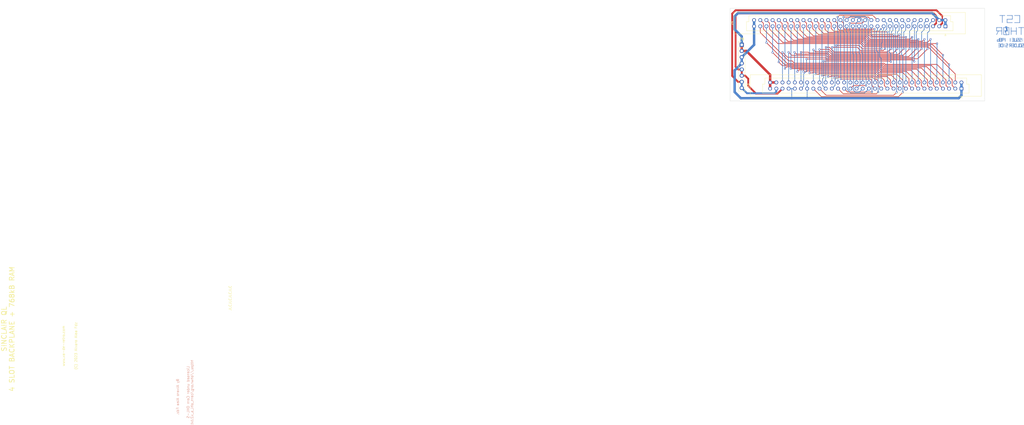
<source format=kicad_pcb>
(kicad_pcb (version 20241229) (generator "pcbnew") (generator_version "9.0")
  (title_block (title "QPlane Backplane for Sinclair QL") (date "2023-12-26") (rev "0.1") (company "(C) 2023 Alvaro Alea Fdz.") (comment 1 "https://ohwr.org/cern_ohl_s_v2.txt") (comment 2 "CERN Open Hardware Licence Version 2 - Strongly Reciprocal") (comment 3 "Under License"))
  (layers (0 "F.Cu" signal) (2 "B.Cu" signal) (13 "F.Paste" user) (15 "B.Paste" user) (5 "F.SilkS" user "F.Silkscreen") (7 "B.SilkS" user "B.Silkscreen") (1 "F.Mask" user) (3 "B.Mask" user) (25 "Edge.Cuts" user))
  (net 0 "")
  (net 1 "+5V")
  (net 2 "GND")
  (net 3 "/A3")
  (net 4 "/A4")
  (net 5 "/A5")
  (net 6 "/A6")
  (net 7 "/RW")
  (net 8 "/A7")
  (net 9 "/A8")
  (net 10 "/A9")
  (net 13 "/DSMC")
  (net 16 "/VPA")
  (net 17 "/E")
  (net 18 "/RESET")
  (net 19 "/DS")
  (net 20 "/AS")
  (net 21 "/DTACK")
  (net 22 "/BG")
  (net 23 "/BR")
  (net 24 "/CSYNC")
  (net 25 "/VSYNC")
  (net 26 "/GREEN")
  (net 27 "/BLUE")
  (net 28 "/FC2")
  (net 29 "/FC1")
  (net 30 "/FC0")
  (net 31 "/ROMOE")
  (net 32 "/IPL0")
  (net 33 "/BERR")
  (net 34 "/IPL1")
  (net 35 "/EXTINT")
  (net 36 "/CLKCPU")
  (net 37 "/RED")
  (net 38 "/DBG")
  (net 39 "/A10")
  (net 40 "/A11")
  (net 41 "/A12")
  (net 42 "/A13")
  (net 43 "/A14")
  (net 44 "/A16")
  (net 45 "/A17")
  (net 46 "/A18")
  (net 47 "/A19")
  (net 48 "/D7")
  (net 49 "/D6")
  (net 50 "/D5")
  (net 51 "/D4")
  (net 52 "/D3")
  (net 53 "/A2")
  (net 54 "/A1")
  (net 55 "/A0")
  (net 56 "/A15")
  (net 57 "/D0")
  (net 58 "/D1")
  (net 59 "/D2")
  (net 60 "+12V")
  (net 61 "-12V")
  (footprint "8bits:DIN41612_B_2x32_Male_Vertical_THT" (layer "F.Cu") (at 142.716 60.833 90)
    (property "Reference" "J4")
    (property "Value" "QL_SLOT_DIN41612_CARD")
  )
  (footprint "8bits:DIN41612_B_2x32_Male_Vertical_THT" (layer "F.Cu") (at 149.32 86.487 90)
    (property "Reference" "J3")
    (property "Value" "BOARDS_SLOT_DIN41612_CARD")
  )
  (footprint "Connector_PinHeader_2.54mm:PinHeader_1x08_P2.54mm_Vertical" (layer "F.Cu") (at 137.636 68.453)
    (property "Reference" "P8")
    (property "Value" "Conn_01x06")
  )
  (gr_line (start 253.714 68.707) (end 252.952 68.707) (stroke (width 0.2)) (layer "B.Cu"))
  (gr_line (start 252.063 56.388) (end 252.063 59.309) (stroke (width 0.2)) (layer "B.Cu"))
  (gr_line (start 250.158 69.342) (end 249.904 69.088) (stroke (width 0.2)) (layer "B.Cu"))
  (gr_line (start 251.682 68.072) (end 251.682 69.342) (stroke (width 0.2)) (layer "B.Cu"))
  (gr_line (start 248.126 67.056) (end 248.126 65.786) (stroke (width 0.2)) (layer "B.Cu"))
  (gr_line (start 250.158 68.072) (end 250.666 68.072) (stroke (width 0.2)) (layer "B.Cu"))
  (gr_line (start 245.078 69.342) (end 244.57 69.342) (stroke (width 0.2)) (layer "B.Cu"))
  (gr_line (start 244.062 69.342) (end 243.3 69.342) (stroke (width 0.2)) (layer "B.Cu"))
  (gr_line (start 250.666 67.056) (end 249.904 67.056) (stroke (width 0.2)) (layer "B.Cu"))
  (gr_line (start 251.682 65.786) (end 251.682 66.421) (stroke (width 0.2)) (layer "B.Cu"))
  (gr_line (start 248.634 68.072) (end 248.634 69.342) (stroke (width 0.2)) (layer "B.Cu"))
  (gr_line (start 245.586 65.786) (end 245.586 66.421) (stroke (width 0.2)) (layer "B.Cu"))
  (gr_line (start 247.872 68.072) (end 247.872 68.707) (stroke (width 0.2)) (layer "B.Cu"))
  (gr_line (start 245.459 64.262) (end 247.618 64.262) (stroke (width 0.2)) (layer "B.Cu"))
  (gr_line (start 244.8875 56.388) (end 244.8875 59.309) (stroke (width 0.2)) (layer "B.Cu"))
  (gr_line (start 245.586 66.421) (end 244.824 66.421) (stroke (width 0.2)) (layer "B.Cu"))
  (gr_line (start 245.459 61.341) (end 245.459 64.262) (stroke (width 0.2)) (layer "B.Cu"))
  (gr_line (start 252.698 68.072) (end 252.698 69.342) (stroke (width 0.2)) (layer "B.Cu"))
  (gr_line (start 247.618 61.341) (end 245.459 61.341) (stroke (width 0.2)) (layer "B.Cu"))
  (gr_line (start 244.697 61.341) (end 242.538 61.341) (stroke (width 0.2)) (layer "B.Cu"))
  (gr_line (start 243.808 67.056) (end 243.808 65.786) (stroke (width 0.2)) (layer "B.Cu"))
  (gr_line (start 252.952 69.342) (end 253.714 69.342) (stroke (width 0.2)) (layer "B.Cu"))
  (gr_line (start 248.253 68.707) (end 247.872 69.342) (stroke (width 0.2)) (layer "B.Cu"))
  (gr_line (start 253.714 61.341) (end 251.555 61.341) (stroke (width 0.2)) (layer "B.Cu"))
  (gr_line (start 245.967 56.388) (end 243.808 56.388) (stroke (width 0.2)) (layer "B.Cu"))
  (gr_line (start 250.92 67.056) (end 251.682 67.056) (stroke (width 0.2)) (layer "B.Cu"))
  (gr_line (start 247.618 64.262) (end 247.618 61.341) (stroke (width 0.2)) (layer "B.Cu"))
  (gr_line (start 249.904 67.056) (end 249.904 65.786) (stroke (width 0.2)) (layer "B.Cu"))
  (gr_line (start 249.904 56.388) (end 252.063 56.388) (stroke (width 0.2)) (layer "B.Cu"))
  (gr_line (start 243.3 68.072) (end 244.062 68.072) (stroke (width 0.2)) (layer "B.Cu"))
  (gr_line (start 250.666 68.072) (end 250.666 69.342) (stroke (width 0.2)) (layer "B.Cu"))
  (gr_line (start 250.666 69.342) (end 250.158 69.342) (stroke (width 0.2)) (layer "B.Cu"))
  (gr_line (start 251.936 66.421) (end 251.936 67.056) (stroke (width 0.2)) (layer "B.Cu"))
  (gr_line (start 251.936 67.056) (end 252.698 67.056) (stroke (width 0.2)) (layer "B.Cu"))
  (gr_line (start 249.65 65.786) (end 249.65 67.056) (stroke (width 0.2)) (layer "B.Cu"))
  (gr_line (start 244.697 64.262) (end 244.697 61.341) (stroke (width 0.2)) (layer "B.Cu"))
  (gr_line (start 252.952 68.072) (end 253.714 68.072) (stroke (width 0.2)) (layer "B.Cu"))
  (gr_line (start 250.92 66.421) (end 250.92 67.056) (stroke (width 0.2)) (layer "B.Cu"))
  (gr_poly (pts (xy 246.602 64.704097) (xy 245.84 62.545097) (xy 246.602 62.545097) (xy 246.094 60.894097) (xy 246.856 60.894097) (xy 247.11 62.926097) (xy 246.348 62.926097)) (stroke (width 0.0254)) (fill yes) (layer "B.Cu"))
  (gr_line (start 249.65 68.707) (end 248.888 68.707) (stroke (width 0.2)) (layer "B.Cu"))
  (gr_line (start 252.6345 61.341) (end 252.6345 64.262) (stroke (width 0.2)) (layer "B.Cu"))
  (gr_line (start 252.698 66.421) (end 251.936 66.421) (stroke (width 0.2)) (layer "B.Cu"))
  (gr_line (start 251.936 65.786) (end 252.698 65.786) (stroke (width 0.2)) (layer "B.Cu"))
  (gr_line (start 252.952 68.707) (end 252.952 69.342) (stroke (width 0.2)) (layer "B.Cu"))
  (gr_line (start 244.57 68.072) (end 245.078 68.072) (stroke (width 0.2)) (layer "B.Cu"))
  (gr_line (start 251.936 68.072) (end 252.698 68.072) (stroke (width 0.2)) (layer "B.Cu"))
  (gr_line (start 244.062 68.707) (end 243.3 68.707) (stroke (width 0.2)) (layer "B.Cu"))
  (gr_line (start 249.904 69.088) (end 249.904 68.326) (stroke (width 0.2)) (layer "B.Cu"))
  (gr_line (start 249.65 67.056) (end 248.888 67.056) (stroke (width 0.2)) (layer "B.Cu"))
  (gr_line (start 244.824 65.786) (end 245.586 65.786) (stroke (width 0.2)) (layer "B.Cu"))
  (gr_line (start 246.348 68.707) (end 246.348 69.342) (stroke (width 0.2)) (layer "B.Cu"))
  (gr_line (start 245.078 68.072) (end 245.078 69.342) (stroke (width 0.2)) (layer "B.Cu"))
  (gr_line (start 242.792 67.056) (end 242.792 66.421) (stroke (width 0.2)) (layer "B.Cu"))
  (gr_line (start 248.507 61.341) (end 248.507 64.262) (stroke (width 0.2)) (layer "B.Cu"))
  (gr_line (start 249.015 56.388) (end 249.015 57.912) (stroke (width 0.2)) (layer "B.Cu"))
  (gr_line (start 253.714 68.072) (end 253.714 68.707) (stroke (width 0.2)) (layer "B.Cu"))
  (gr_line (start 243.554 65.786) (end 243.554 67.056) (stroke (width 0.2)) (layer "B.Cu"))
  (gr_line (start 246.348 68.072) (end 247.11 68.072) (stroke (width 0.2)) (layer "B.Cu"))
  (gr_line (start 252.698 65.786) (end 252.698 66.421) (stroke (width 0.2)) (layer "B.Cu"))
  (gr_line (start 252.698 69.342) (end 251.936 69.342) (stroke (width 0.2)) (layer "B.Cu"))
  (gr_line (start 249.65 66.421) (end 248.888 66.421) (stroke (width 0.2)) (layer "B.Cu"))
  (gr_line (start 249.65 69.342) (end 248.888 69.342) (stroke (width 0.2)) (layer "B.Cu"))
  (gr_line (start 251.936 69.342) (end 251.936 68.072) (stroke (width 0.2)) (layer "B.Cu"))
  (gr_line (start 249.65 68.072) (end 249.65 69.342) (stroke (width 0.2)) (layer "B.Cu"))
  (gr_line (start 252.063 59.309) (end 249.904 59.309) (stroke (width 0.2)) (layer "B.Cu"))
  (gr_line (start 247.11 68.707) (end 246.348 68.707) (stroke (width 0.2)) (layer "B.Cu"))
  (gr_line (start 246.856 59.309) (end 249.015 59.309) (stroke (width 0.2)) (layer "B.Cu"))
  (gr_line (start 242.538 61.341) (end 242.538 62.738) (stroke (width 0.2)) (layer "B.Cu"))
  (gr_line (start 246.348 69.342) (end 247.11 69.342) (stroke (width 0.2)) (layer "B.Cu"))
  (gr_line (start 248.634 68.707) (end 247.872 68.707) (stroke (width 0.2)) (layer "B.Cu"))
  (gr_line (start 244.062 68.072) (end 244.062 69.342) (stroke (width 0.2)) (layer "B.Cu"))
  (gr_line (start 249.904 68.326) (end 250.158 68.072) (stroke (width 0.2)) (layer "B.Cu"))
  (gr_line (start 242.538 62.738) (end 244.697 62.738) (stroke (width 0.2)) (layer "B.Cu"))
  (gr_line (start 251.682 66.421) (end 250.92 66.421) (stroke (width 0.2)) (layer "B.Cu"))
  (gr_line (start 244.57 66.421) (end 243.808 66.421) (stroke (width 0.2)) (layer "B.Cu"))
  (gr_line (start 243.554 67.056) (end 242.792 67.056) (stroke (width 0.2)) (layer "B.Cu"))
  (gr_line (start 250.666 61.341) (end 250.666 64.262) (stroke (width 0.2)) (layer "B.Cu"))
  (gr_line (start 250.92 65.786) (end 251.682 65.786) (stroke (width 0.2)) (layer "B.Cu"))
  (gr_line (start 244.57 69.342) (end 244.316 69.088) (stroke (width 0.2)) (layer "B.Cu"))
  (gr_line (start 253.206 65.786) (end 253.206 67.056) (stroke (width 0.127)) (layer "B.Cu"))
  (gr_line (start 245.586 69.342) (end 245.586 68.072) (stroke (width 0.2)) (layer "B.Cu"))
  (gr_line (start 250.666 65.786) (end 250.666 67.056) (stroke (width 0.2)) (layer "B.Cu"))
  (gr_line (start 246.094 67.056) (end 246.094 65.786) (stroke (width 0.2)) (layer "B.Cu"))
  (gr_line (start 243.808 65.786) (end 244.57 65.786) (stroke (width 0.2)) (layer "B.Cu"))
  (gr_line (start 244.57 65.786) (end 244.57 67.056) (stroke (width 0.2)) (layer "B.Cu"))
  (gr_line (start 247.11 68.072) (end 247.11 68.707) (stroke (width 0.2)) (layer "B.Cu"))
  (gr_line (start 244.316 68.326) (end 244.57 68.072) (stroke (width 0.2)) (layer "B.Cu"))
  (gr_line (start 244.316 69.088) (end 244.316 68.326) (stroke (width 0.2)) (layer "B.Cu"))
  (gr_line (start 246.856 57.912) (end 246.856 59.309) (stroke (width 0.2)) (layer "B.Cu"))
  (gr_line (start 251.682 69.342) (end 250.92 69.342) (stroke (width 0.2)) (layer "B.Cu"))
  (gr_line (start 247.872 68.072) (end 248.634 68.072) (stroke (width 0.2)) (layer "B.Cu"))
  (gr_line (start 244.824 67.056) (end 244.824 65.786) (stroke (width 0.2)) (layer "B.Cu"))
  (gr_line (start 248.888 68.072) (end 249.65 68.072) (stroke (width 0.2)) (layer "B.Cu"))
  (gr_line (start 242.792 66.421) (end 243.554 66.421) (stroke (width 0.2)) (layer "B.Cu"))
  (gr_line (start 248.888 65.786) (end 249.65 65.786) (stroke (width 0.2)) (layer "B.Cu"))
  (gr_line (start 246.856 56.388) (end 249.015 56.388) (stroke (width 0.2)) (layer "B.Cu"))
  (gr_line (start 242.538 64.262) (end 243.3 62.738) (stroke (width 0.2)) (layer "B.Cu"))
  (gr_line (start 250.666 62.8015) (end 248.507 62.8015) (stroke (width 0.2)) (layer "B.Cu"))
  (gr_line (start 244.57 67.056) (end 243.808 67.056) (stroke (width 0.2)) (layer "B.Cu"))
  (gr_line (start 249.015 57.912) (end 246.856 57.912) (stroke (width 0.2)) (layer "B.Cu"))
  (gr_rect (start 132.81 53.467) (end 237.585 91.567) (stroke (width 0.1)) (fill no) (layer "Edge.Cuts"))
  (gr_text "JLCJLCJLCJLC" (at -72.93 172.72 90) (layer "F.SilkS") (effects (font (size 1 1))))
  (gr_text "SINCLAIR QL\n4 SLOT BACKPLANE + 768kB RAM" (at -164.37 185.42 90) (layer "F.SilkS") (effects (font (size 2 2) (thickness 0.3))))
  (gr_text "www.va-de-retro.com" (at -141.51 192.405 90) (layer "F.SilkS") (effects (font (size 1 1))))
  (gr_text "(C) 2023 Alvaro Alea Fdz" (at -136.43 192.405 90) (layer "F.SilkS") (effects (font (size 1 1))))
  (gr_text "Licensed under Cern OHL-S\nhttps://ohwr.org/cern_ohl_s_v2.txt" (at -89.44 211.455 90) (layer "B.SilkS") (effects (font (size 1 1)) (justify mirror)))
  (gr_text "By Alvaro Alea Fdz." (at -94.52 213.36 90) (layer "B.SilkS") (effects (font (size 1 1)) (justify mirror)))
  (segment (start 139.541 70.993) (end 137.636 70.993) (width 1) (layer "F.Cu") (net 1))
  (segment (start 151.86 83.947) (end 149.32 83.947) (width 1) (layer "F.Cu") (net 1))
  (segment (start 149.32 80.772) (end 139.541 70.993) (width 1) (layer "F.Cu") (net 1))
  (segment (start 149.32 86.487) (end 149.32 83.947) (width 1) (layer "F.Cu") (net 1))
  (segment (start 137.636 68.453) (end 137.636 70.993) (width 1) (layer "F.Cu") (net 1))
  (segment (start 149.32 83.947) (end 149.32 80.772) (width 1) (layer "F.Cu") (net 1))
  (segment (start 221.456 60.833) (end 221.456 58.293) (width 1) (layer "B.Cu") (net 1))
  (segment (start 134.715 62.103) (end 134.715 56.769) (width 1) (layer "B.Cu") (net 1))
  (segment (start 134.715 56.769) (end 136.112 55.372) (width 1) (layer "B.Cu") (net 1))
  (segment (start 215.995 55.372) (end 218.916 58.293) (width 1) (layer "B.Cu") (net 1))
  (segment (start 136.112 55.372) (end 215.995 55.372) (width 1) (layer "B.Cu") (net 1))
  (segment (start 221.456 58.293) (end 218.916 58.293) (width 1) (layer "B.Cu") (net 1))
  (segment (start 137.636 65.024) (end 134.715 62.103) (width 1) (layer "B.Cu") (net 1))
  (segment (start 137.636 68.453) (end 137.636 65.024) (width 1) (layer "B.Cu") (net 1))
  (segment (start 134.715 78.994) (end 134.715 87.884) (width 1) (layer "B.Cu") (net 2))
  (segment (start 137.636 76.073) (end 134.715 78.994) (width 1) (layer "B.Cu") (net 2))
  (segment (start 164.56 83.947) (end 164.56 86.487) (width 0.25) (layer "B.Cu") (net 2))
  (segment (start 134.715 87.884) (end 137.255 90.424) (width 1) (layer "B.Cu") (net 2))
  (segment (start 226.917 90.424) (end 228.06 89.281) (width 1) (layer "B.Cu") (net 2))
  (segment (start 158.21 86.487) (end 159.48 86.487) (width 0.25) (layer "B.Cu") (net 2))
  (segment (start 158.21 86.487) (end 158.21 90.424) (width 0.25) (layer "B.Cu") (net 2))
  (segment (start 164.56 86.487) (end 164.56 90.297) (width 0.25) (layer "B.Cu") (net 2))
  (segment (start 164.56 90.297) (end 164.433 90.424) (width 1) (layer "B.Cu") (net 2))
  (segment (start 164.433 90.424) (end 226.917 90.424) (width 1) (layer "B.Cu") (net 2))
  (segment (start 228.06 89.281) (end 228.06 86.487) (width 1) (layer "B.Cu") (net 2))
  (segment (start 158.21 90.424) (end 164.433 90.424) (width 1) (layer "B.Cu") (net 2))
  (segment (start 228.06 83.947) (end 228.06 86.487) (width 1) (layer "B.Cu") (net 2))
  (segment (start 156.94 86.487) (end 158.21 86.487) (width 0.25) (layer "B.Cu") (net 2))
  (segment (start 137.636 76.073) (end 137.636 73.533) (width 1) (layer "B.Cu") (net 2))
  (segment (start 142.716 68.453) (end 137.636 73.533) (width 1) (layer "B.Cu") (net 2))
  (segment (start 137.255 90.424) (end 158.21 90.424) (width 1) (layer "B.Cu") (net 2))
  (segment (start 142.716 60.833) (end 142.716 68.453) (width 1) (layer "B.Cu") (net 2))
  (segment (start 142.716 58.293) (end 142.716 60.833) (width 1) (layer "B.Cu") (net 2))
  (segment (start 172.3705 89.2175) (end 169.64 86.487) (width 0.25) (layer "F.Cu") (net 3))
  (segment (start 172.3705 89.2175) (end 200.1835 89.2175) (width 0.25) (layer "F.Cu") (net 3))
  (segment (start 200.1835 89.2175) (end 201.39 88.011) (width 0.25) (layer "F.Cu") (net 3))
  (via (at 201.39 88.011) (size 0.8) (drill 0.4) (layers "F.Cu" "B.Cu") (net 3))
  (segment (start 201.39 71.63872) (end 201.39 88.011) (width 0.25) (layer "B.Cu") (net 3))
  (segment (start 200.939 61.03) (end 200.939 71.18772) (width 0.25) (layer "B.Cu") (net 3))
  (segment (start 200.939 71.18772) (end 201.39 71.63872) (width 0.25) (layer "B.Cu") (net 3))
  (segment (start 201.136 60.833) (end 200.939 61.03) (width 0.25) (layer "B.Cu") (net 3))
  (segment (start 198.723 75.184) (end 198.977 75.438) (width 0.25) (layer "F.Cu") (net 4))
  (segment (start 171.381 75.184) (end 198.723 75.184) (width 0.25) (layer "F.Cu") (net 4))
  (via (at 198.977 75.438) (size 0.8) (drill 0.4) (layers "F.Cu" "B.Cu") (net 4))
  (via (at 171.381 75.184) (size 0.8) (drill 0.4) (layers "F.Cu" "B.Cu") (net 4))
  (segment (start 170.91 82.423) (end 170.91 85.217) (width 0.25) (layer "B.Cu") (net 4))
  (segment (start 198.977 72.136) (end 198.399 71.558) (width 0.25) (layer "B.Cu") (net 4))
  (segment (start 171.381 81.952) (end 170.91 82.423) (width 0.25) (layer "B.Cu") (net 4))
  (segment (start 170.91 85.217) (end 172.18 86.487) (width 0.25) (layer "B.Cu") (net 4))
  (segment (start 198.399 71.558) (end 198.399 62.865) (width 0.25) (layer "B.Cu") (net 4))
  (segment (start 198.977 75.438) (end 198.977 72.136) (width 0.25) (layer "B.Cu") (net 4))
  (segment (start 198.399 62.865) (end 198.596 62.668) (width 0.25) (layer "B.Cu") (net 4))
  (segment (start 171.381 75.184) (end 171.381 81.952) (width 0.25) (layer "B.Cu") (net 4))
  (segment (start 198.596 62.668) (end 198.596 60.833) (width 0.25) (layer "B.Cu") (net 4))
  (segment (start 187.293 70.104) (end 195.13 70.104) (width 0.25) (layer "F.Cu") (net 5))
  (segment (start 176.498 68.707) (end 185.896 68.707) (width 0.25) (layer "F.Cu") (net 5))
  (segment (start 185.896 68.707) (end 187.293 70.104) (width 0.25) (layer "F.Cu") (net 5))
  (via (at 176.498 68.707) (size 0.8) (drill 0.4) (layers "F.Cu" "B.Cu") (net 5))
  (via (at 195.13 70.104) (size 0.8) (drill 0.4) (layers "F.Cu" "B.Cu") (net 5))
  (segment (start 195.13 70.104) (end 195.13 67.855) (width 0.25) (layer "B.Cu") (net 5))
  (segment (start 195.986 60.903) (end 196.056 60.833) (width 0.25) (layer "B.Cu") (net 5))
  (segment (start 195.13 67.855) (end 195.421 67.564) (width 0.25) (layer "B.Cu") (net 5))
  (segment (start 196.056 62.23) (end 196.056 60.833) (width 0.25) (layer "B.Cu") (net 5))
  (segment (start 176.498 82.30672) (end 176.498 68.707) (width 0.25) (layer "B.Cu") (net 5))
  (segment (start 195.421 67.564) (end 195.421 62.865) (width 0.25) (layer "B.Cu") (net 5))
  (segment (start 176.03672 85.17028) (end 176.03672 82.768) (width 0.25) (layer "B.Cu") (net 5))
  (segment (start 195.421 62.865) (end 196.056 62.23) (width 0.25) (layer "B.Cu") (net 5))
  (segment (start 174.72 86.487) (end 176.03672 85.17028) (width 0.25) (layer "B.Cu") (net 5))
  (segment (start 176.03672 82.768) (end 176.498 82.30672) (width 0.25) (layer "B.Cu") (net 5))
  (segment (start 177.26 86.487) (end 179.383 88.61) (width 0.25) (layer "F.Cu") (net 6))
  (segment (start 193.044 88.61) (end 193.77 87.884) (width 0.25) (layer "F.Cu") (net 6))
  (segment (start 179.383 88.61) (end 193.044 88.61) (width 0.25) (layer "F.Cu") (net 6))
  (via (at 193.77 87.884) (size 0.8) (drill 0.4) (layers "F.Cu" "B.Cu") (net 6))
  (segment (start 193.77 87.884) (end 193.77 71.54472) (width 0.25) (layer "B.Cu") (net 6))
  (segment (start 193.516 60.833) (end 193.516 62.52) (width 0.25) (layer "B.Cu") (net 6))
  (segment (start 193.044 70.81872) (end 193.044 62.992) (width 0.25) (layer "B.Cu") (net 6))
  (segment (start 193.516 62.52) (end 193.044 62.992) (width 0.25) (layer "B.Cu") (net 6))
  (segment (start 193.77 71.54472) (end 193.044 70.81872) (width 0.25) (layer "B.Cu") (net 6))
  (segment (start 159.226 61.976) (end 162.922 65.672) (width 0.25) (layer "F.Cu") (net 7))
  (segment (start 189.753 66.989) (end 211.998 66.989) (width 0.25) (layer "F.Cu") (net 7))
  (segment (start 159.226 59.563) (end 159.226 61.976) (width 0.25) (layer "F.Cu") (net 7))
  (segment (start 157.956 58.293) (end 159.226 59.563) (width 0.25) (layer "F.Cu") (net 7))
  (segment (start 162.922 65.672) (end 188.436 65.672) (width 0.25) (layer "F.Cu") (net 7))
  (segment (start 188.436 65.672) (end 189.753 66.989) (width 0.25) (layer "F.Cu") (net 7))
  (segment (start 211.998 66.989) (end 212.82 66.167) (width 0.25) (layer "F.Cu") (net 7))
  (via (at 212.82 66.167) (size 0.8) (drill 0.4) (layers "F.Cu" "B.Cu") (net 7))
  (segment (start 212.82 83.947) (end 212.82 66.167) (width 0.25) (layer "B.Cu") (net 7))
  (segment (start 181.197 87.884) (end 191.23 87.884) (width 0.25) (layer "F.Cu") (net 8))
  (segment (start 179.8 86.487) (end 181.197 87.884) (width 0.25) (layer "F.Cu") (net 8))
  (via (at 191.23 87.884) (size 0.8) (drill 0.4) (layers "F.Cu" "B.Cu") (net 8))
  (segment (start 191.23 64.516) (end 191.23 87.884) (width 0.25) (layer "B.Cu") (net 8))
  (segment (start 190.976 60.833) (end 190.976 64.262) (width 0.25) (layer "B.Cu") (net 8))
  (segment (start 190.976 64.262) (end 191.23 64.516) (width 0.25) (layer "B.Cu") (net 8))
  (segment (start 188.817 85.217) (end 183.61 85.217) (width 0.25) (layer "F.Cu") (net 9))
  (segment (start 183.61 85.217) (end 182.34 86.487) (width 0.25) (layer "F.Cu") (net 9))
  (via (at 188.817 85.217) (size 0.8) (drill 0.4) (layers "F.Cu" "B.Cu") (net 9))
  (segment (start 188.436 60.833) (end 188.436 81.788) (width 0.25) (layer "B.Cu") (net 9))
  (segment (start 188.436 81.788) (end 188.817 82.169) (width 0.25) (layer "B.Cu") (net 9))
  (segment (start 188.817 82.169) (end 188.817 85.217) (width 0.25) (layer "B.Cu") (net 9))
  (segment (start 184.88 86.487) (end 186.319 85.048) (width 0.25) (layer "B.Cu") (net 10))
  (segment (start 185.981 72.009) (end 185.981 60.918) (width 0.25) (layer "B.Cu") (net 10))
  (segment (start 186.319 72.347) (end 185.981 72.009) (width 0.25) (layer "B.Cu") (net 10))
  (segment (start 186.319 85.048) (end 186.319 72.347) (width 0.25) (layer "B.Cu") (net 10))
  (segment (start 207.963 74.645) (end 208.629 75.311) (width 0.25) (layer "F.Cu") (net 13))
  (segment (start 164.306 74.295) (end 172.30419 74.295) (width 0.25) (layer "F.Cu") (net 13))
  (segment (start 172.30419 74.295) (end 172.65419 74.645) (width 0.25) (layer "F.Cu") (net 13))
  (segment (start 172.65419 74.645) (end 207.963 74.645) (width 0.25) (layer "F.Cu") (net 13))
  (via (at 208.629 75.311) (size 0.8) (drill 0.4) (layers "F.Cu" "B.Cu") (net 13))
  (via (at 164.306 74.295) (size 0.8) (drill 0.4) (layers "F.Cu" "B.Cu") (net 13))
  (segment (start 162.02 86.487) (end 163.121 85.386) (width 0.25) (layer "B.Cu") (net 13))
  (segment (start 208.629 75.311) (end 208.756 60.833) (width 0.25) (layer "B.Cu") (net 13))
  (segment (start 163.121 80.44372) (end 164.306 79.25872) (width 0.25) (layer "B.Cu") (net 13))
  (segment (start 163.121 85.386) (end 163.121 80.44372) (width 0.25) (layer "B.Cu") (net 13))
  (segment (start 164.306 79.25872) (end 164.306 74.295) (width 0.25) (layer "B.Cu") (net 13))
  (segment (start 189.706 58.00595) (end 188.44105 56.741) (width 0.25) (layer "B.Cu") (net 16))
  (segment (start 189.706 58.00595) (end 189.706 81.915) (width 0.25) (layer "B.Cu") (net 16))
  (segment (start 188.44105 56.741) (end 182.368 56.741) (width 0.25) (layer "B.Cu") (net 16))
  (segment (start 189.96 82.169) (end 189.96 83.947) (width 0.25) (layer "B.Cu") (net 16))
  (segment (start 182.368 56.741) (end 180.816 58.293) (width 0.25) (layer "B.Cu") (net 16))
  (segment (start 189.706 81.915) (end 189.96 82.169) (width 0.25) (layer "B.Cu") (net 16))
  (segment (start 177.006 61.595) (end 177.006 59.563) (width 0.25) (layer "F.Cu") (net 17))
  (segment (start 191.23 62.427) (end 177.838 62.427) (width 0.25) (layer "F.Cu") (net 17))
  (segment (start 191.505 62.702) (end 191.23 62.427) (width 0.25) (layer "F.Cu") (net 17))
  (segment (start 177.006 59.563) (end 175.736 58.293) (width 0.25) (layer "F.Cu") (net 17))
  (segment (start 177.838 62.427) (end 177.006 61.595) (width 0.25) (layer "F.Cu") (net 17))
  (segment (start 194.187 62.702) (end 191.505 62.702) (width 0.25) (layer "F.Cu") (net 17))
  (segment (start 194.913 61.976) (end 194.187 62.702) (width 0.25) (layer "F.Cu") (net 17))
  (via (at 194.913 61.976) (size 0.8) (drill 0.4) (layers "F.Cu" "B.Cu") (net 17))
  (segment (start 195.04 74.041) (end 194.405 73.406) (width 0.25) (layer "B.Cu") (net 17))
  (segment (start 194.405 62.484) (end 194.913 61.976) (width 0.25) (layer "B.Cu") (net 17))
  (segment (start 194.405 73.406) (end 194.405 62.484) (width 0.25) (layer "B.Cu") (net 17))
  (segment (start 195.04 83.947) (end 195.04 74.041) (width 0.25) (layer "B.Cu") (net 17))
  (segment (start 190.468 63.329) (end 173.152 63.329) (width 0.25) (layer "F.Cu") (net 18))
  (segment (start 173.152 63.329) (end 171.926 62.103) (width 0.25) (layer "F.Cu") (net 18))
  (segment (start 200.12 64.135) (end 191.274 64.135) (width 0.25) (layer "F.Cu") (net 18))
  (segment (start 171.926 59.563) (end 170.656 58.293) (width 0.25) (layer "F.Cu") (net 18))
  (segment (start 191.274 64.135) (end 190.468 63.329) (width 0.25) (layer "F.Cu") (net 18))
  (segment (start 171.926 62.103) (end 171.926 59.563) (width 0.25) (layer "F.Cu") (net 18))
  (via (at 200.12 64.135) (size 0.8) (drill 0.4) (layers "F.Cu" "B.Cu") (net 18))
  (segment (start 200.12 83.947) (end 200.12 64.135) (width 0.25) (layer "B.Cu") (net 18))
  (segment (start 189.452 67.44) (end 206.851 67.44) (width 0.25) (layer "F.Cu") (net 19))
  (segment (start 206.851 67.44) (end 208.502 67.44) (width 0.25) (layer "F.Cu") (net 19))
  (segment (start 206.851 67.44) (end 214.087 67.44) (width 0.25) (layer "F.Cu") (net 19))
  (segment (start 214.087 67.44) (end 215.36 66.167) (width 0.25) (layer "F.Cu") (net 19))
  (segment (start 156.686 59.563) (end 156.686 61.976) (width 0.25) (layer "F.Cu") (net 19))
  (segment (start 160.833 66.123) (end 188.135 66.123) (width 0.25) (layer "F.Cu") (net 19))
  (segment (start 155.416 58.293) (end 156.686 59.563) (width 0.25) (layer "F.Cu") (net 19))
  (segment (start 188.135 66.123) (end 189.452 67.44) (width 0.25) (layer "F.Cu") (net 19))
  (segment (start 156.686 61.976) (end 160.833 66.123) (width 0.25) (layer "F.Cu") (net 19))
  (segment (start 208.502 67.44) (end 209.521 67.44) (width 0.25) (layer "F.Cu") (net 19))
  (via (at 215.36 66.167) (size 0.8) (drill 0.4) (layers "F.Cu" "B.Cu") (net 19))
  (segment (start 215.36 83.947) (end 215.36 66.167) (width 0.25) (layer "B.Cu") (net 19))
  (segment (start 187.827 66.574) (end 189.198 67.945) (width 0.25) (layer "F.Cu") (net 20))
  (segment (start 189.198 67.945) (end 218.027 67.945) (width 0.25) (layer "F.Cu") (net 20))
  (segment (start 152.876 58.293) (end 154.273 59.69) (width 0.25) (layer "F.Cu") (net 20))
  (segment (start 158.871 66.574) (end 187.827 66.574) (width 0.25) (layer "F.Cu") (net 20))
  (segment (start 154.273 59.69) (end 154.273 61.976) (width 0.25) (layer "F.Cu") (net 20))
  (segment (start 154.273 61.976) (end 158.871 66.574) (width 0.25) (layer "F.Cu") (net 20))
  (via (at 218.027 67.945) (size 0.8) (drill 0.4) (layers "F.Cu" "B.Cu") (net 20))
  (segment (start 217.9 83.947) (end 218.027 67.945) (width 0.25) (layer "B.Cu") (net 20))
  (segment (start 161.639 62.357) (end 161.639 59.436) (width 0.25) (layer "F.Cu") (net 21))
  (segment (start 164.503 65.221) (end 161.639 62.357) (width 0.25) (layer "F.Cu") (net 21))
  (segment (start 209.909 66.538) (end 190.134 66.538) (width 0.25) (layer "F.Cu") (net 21))
  (segment (start 188.817 65.221) (end 164.503 65.221) (width 0.25) (layer "F.Cu") (net 21))
  (segment (start 210.28 66.167) (end 209.909 66.538) (width 0.25) (layer "F.Cu") (net 21))
  (segment (start 161.639 59.436) (end 160.496 58.293) (width 0.25) (layer "F.Cu") (net 21))
  (segment (start 190.134 66.538) (end 188.817 65.221) (width 0.25) (layer "F.Cu") (net 21))
  (via (at 210.28 66.167) (size 0.8) (drill 0.4) (layers "F.Cu" "B.Cu") (net 21))
  (segment (start 210.28 83.947) (end 210.28 66.167) (width 0.25) (layer "B.Cu") (net 21))
  (segment (start 164.306 61.976) (end 164.306 59.563) (width 0.25) (layer "F.Cu") (net 22))
  (segment (start 164.306 59.563) (end 163.036 58.293) (width 0.25) (layer "F.Cu") (net 22))
  (segment (start 189.198 64.77) (end 167.1 64.77) (width 0.25) (layer "F.Cu") (net 22))
  (segment (start 167.1 64.77) (end 164.306 61.976) (width 0.25) (layer "F.Cu") (net 22))
  (segment (start 190.515 66.087) (end 189.198 64.77) (width 0.25) (layer "F.Cu") (net 22))
  (segment (start 207.74 65.278) (end 206.931 66.087) (width 0.25) (layer "F.Cu") (net 22))
  (segment (start 206.931 66.087) (end 190.515 66.087) (width 0.25) (layer "F.Cu") (net 22))
  (via (at 207.74 65.278) (size 0.8) (drill 0.4) (layers "F.Cu" "B.Cu") (net 22))
  (segment (start 207.74 83.947) (end 207.74 65.278) (width 0.25) (layer "B.Cu") (net 22))
  (segment (start 190.751785 65.312) (end 189.706 64.266215) (width 0.25) (layer "F.Cu") (net 23))
  (segment (start 205.039 65.312) (end 190.751785 65.312) (width 0.25) (layer "F.Cu") (net 23))
  (segment (start 166.846 59.563) (end 165.576 58.293) (width 0.25) (layer "F.Cu") (net 23))
  (segment (start 205.2 65.278) (end 205.039 65.312) (width 0.25) (layer "F.Cu") (net 23))
  (segment (start 166.846 61.849) (end 166.846 59.563) (width 0.25) (layer "F.Cu") (net 23))
  (segment (start 169.263215 64.266215) (end 166.846 61.849) (width 0.25) (layer "F.Cu") (net 23))
  (segment (start 189.706 64.266215) (end 169.263215 64.266215) (width 0.25) (layer "F.Cu") (net 23))
  (via (at 205.2 65.278) (size 0.8) (drill 0.4) (layers "F.Cu" "B.Cu") (net 23))
  (segment (start 205.2 83.947) (end 205.2 65.278) (width 0.25) (layer "B.Cu") (net 23))
  (segment (start 174.466 61.769) (end 174.466 59.563) (width 0.25) (layer "F.Cu") (net 24))
  (segment (start 191.124 63.153) (end 190.849 62.878) (width 0.25) (layer "F.Cu") (net 24))
  (segment (start 197.546 63.153) (end 191.124 63.153) (width 0.25) (layer "F.Cu") (net 24))
  (segment (start 197.58 63.119) (end 197.546 63.153) (width 0.25) (layer "F.Cu") (net 24))
  (segment (start 175.575 62.878) (end 174.466 61.769) (width 0.25) (layer "F.Cu") (net 24))
  (segment (start 174.466 59.563) (end 173.196 58.293) (width 0.25) (layer "F.Cu") (net 24))
  (segment (start 190.849 62.878) (end 175.575 62.878) (width 0.25) (layer "F.Cu") (net 24))
  (via (at 197.58 63.119) (size 0.8) (drill 0.4) (layers "F.Cu" "B.Cu") (net 24))
  (segment (start 197.58 83.947) (end 197.58 63.119) (width 0.25) (layer "B.Cu") (net 24))
  (segment (start 179.546 61.629) (end 179.546 59.563) (width 0.25) (layer "F.Cu") (net 25))
  (segment (start 179.546 59.563) (end 178.276 58.293) (width 0.25) (layer "F.Cu") (net 25))
  (segment (start 179.893 61.976) (end 179.546 61.629) (width 0.25) (layer "F.Cu") (net 25))
  (segment (start 192.246 61.976) (end 179.893 61.976) (width 0.25) (layer "F.Cu") (net 25))
  (via (at 192.246 61.976) (size 0.8) (drill 0.4) (layers "F.Cu" "B.Cu") (net 25))
  (segment (start 192.5 71.628) (end 192.5 83.947) (width 0.25) (layer "B.Cu") (net 25))
  (segment (start 192.246 71.374) (end 192.5 71.628) (width 0.25) (layer "B.Cu") (net 25))
  (segment (start 192.246 61.976) (end 192.246 71.374) (width 0.25) (layer "B.Cu") (net 25))
  (segment (start 187.42 83.947) (end 187.42 72.136) (width 0.25) (layer "B.Cu") (net 26))
  (segment (start 184.457 57.192) (end 183.356 58.293) (width 0.25) (layer "B.Cu") (net 26))
  (segment (start 187.166 58.00595) (end 187.166 71.882) (width 0.25) (layer "B.Cu") (net 26))
  (segment (start 187.166 58.00595) (end 186.35205 57.192) (width 0.25) (layer "B.Cu") (net 26))
  (segment (start 186.35205 57.192) (end 184.457 57.192) (width 0.25) (layer "B.Cu") (net 26))
  (segment (start 187.42 72.136) (end 187.166 71.882) (width 0.25) (layer "B.Cu") (net 26))
  (segment (start 185.896 58.293) (end 184.626 59.563) (width 0.25) (layer "B.Cu") (net 27))
  (segment (start 184.626 59.563) (end 184.626 72.009) (width 0.25) (layer "B.Cu") (net 27))
  (segment (start 184.88 72.263) (end 184.88 83.947) (width 0.25) (layer "B.Cu") (net 27))
  (segment (start 184.626 72.009) (end 184.88 72.263) (width 0.25) (layer "B.Cu") (net 27))
  (segment (start 187.166 59.563) (end 188.436 58.293) (width 0.25) (layer "F.Cu") (net 28))
  (segment (start 182.086 59.563) (end 187.166 59.563) (width 0.25) (layer "F.Cu") (net 28))
  (via (at 182.086 59.563) (size 0.8) (drill 0.4) (layers "F.Cu" "B.Cu") (net 28))
  (segment (start 182.086 62.738) (end 182.34 62.992) (width 0.25) (layer "B.Cu") (net 28))
  (segment (start 182.34 62.992) (end 182.34 83.947) (width 0.25) (layer "B.Cu") (net 28))
  (segment (start 182.086 59.563) (end 182.086 62.738) (width 0.25) (layer "B.Cu") (net 28))
  (segment (start 179.546 57.023) (end 189.706 57.023) (width 0.25) (layer "F.Cu") (net 29))
  (segment (start 189.706 57.023) (end 190.976 58.293) (width 0.25) (layer "F.Cu") (net 29))
  (via (at 179.546 57.023) (size 0.8) (drill 0.4) (layers "F.Cu" "B.Cu") (net 29))
  (segment (start 179.546 63.119) (end 179.8 63.373) (width 0.25) (layer "B.Cu") (net 29))
  (segment (start 179.546 57.023) (end 179.546 63.119) (width 0.25) (layer "B.Cu") (net 29))
  (segment (start 179.8 63.373) (end 179.8 83.947) (width 0.25) (layer "B.Cu") (net 29))
  (segment (start 191.52 56.297) (end 177.859 56.297) (width 0.25) (layer "F.Cu") (net 30))
  (segment (start 193.516 58.293) (end 191.52 56.297) (width 0.25) (layer "F.Cu") (net 30))
  (segment (start 177.859 56.297) (end 177.133 57.023) (width 0.25) (layer "F.Cu") (net 30))
  (via (at 177.133 57.023) (size 0.8) (drill 0.4) (layers "F.Cu" "B.Cu") (net 30))
  (segment (start 177.26 72.517) (end 177.26 83.947) (width 0.25) (layer "B.Cu") (net 30))
  (segment (start 177.133 57.023) (end 177.133 63.246) (width 0.25) (layer "B.Cu") (net 30))
  (segment (start 177.26 63.373) (end 177.133 63.246) (width 0.25) (layer "B.Cu") (net 30))
  (segment (start 177.26 72.517) (end 177.26 63.373) (width 0.25) (layer "B.Cu") (net 30))
  (segment (start 199.231 70.104) (end 197.58 71.374) (width 0.25) (layer "F.Cu") (net 31))
  (segment (start 175.609 71.374) (end 173.704 69.469) (width 0.25) (layer "F.Cu") (net 31))
  (segment (start 197.58 71.374) (end 175.609 71.374) (width 0.25) (layer "F.Cu") (net 31))
  (segment (start 173.704 69.469) (end 172.307 69.469) (width 0.25) (layer "F.Cu") (net 31))
  (via (at 199.231 70.104) (size 0.8) (drill 0.4) (layers "F.Cu" "B.Cu") (net 31))
  (via (at 172.307 69.469) (size 0.8) (drill 0.4) (layers "F.Cu" "B.Cu") (net 31))
  (segment (start 199.866 59.563) (end 198.596 58.293) (width 0.25) (layer "B.Cu") (net 31))
  (segment (start 199.866 62.484) (end 199.866 59.563) (width 0.25) (layer "B.Cu") (net 31))
  (segment (start 172.307 69.469) (end 172.18 83.947) (width 0.25) (layer "B.Cu") (net 31))
  (segment (start 199.231 70.104) (end 199.231 63.119) (width 0.25) (layer "B.Cu") (net 31))
  (segment (start 199.231 63.119) (end 199.866 62.484) (width 0.25) (layer "B.Cu") (net 31))
  (segment (start 174.0915 72.841) (end 173.069 71.8185) (width 0.25) (layer "F.Cu") (net 32))
  (segment (start 206.724 70.104) (end 203.987 72.841) (width 0.25) (layer "F.Cu") (net 32))
  (segment (start 165.3855 71.8185) (end 165.068 71.501) (width 0.25) (layer "F.Cu") (net 32))
  (segment (start 203.987 72.841) (end 174.0915 72.841) (width 0.25) (layer "F.Cu") (net 32))
  (segment (start 165.068 71.501) (end 162.02 71.501) (width 0.25) (layer "F.Cu") (net 32))
  (segment (start 173.069 71.8185) (end 165.3855 71.8185) (width 0.25) (layer "F.Cu") (net 32))
  (via (at 162.02 71.501) (size 0.8) (drill 0.4) (layers "F.Cu" "B.Cu") (net 32))
  (via (at 206.724 70.104) (size 0.8) (drill 0.4) (layers "F.Cu" "B.Cu") (net 32))
  (segment (start 206.724 70.104) (end 206.724 62.78) (width 0.25) (layer "B.Cu") (net 32))
  (segment (start 162.02 71.501) (end 162.02 83.947) (width 0.25) (layer "B.Cu") (net 32))
  (segment (start 207.655 61.849) (end 207.655 59.394) (width 0.25) (layer "B.Cu") (net 32))
  (segment (start 207.655 59.394) (end 208.756 58.293) (width 0.25) (layer "B.Cu") (net 32))
  (segment (start 206.724 62.78) (end 207.655 61.849) (width 0.25) (layer "B.Cu") (net 32))
  (segment (start 164.0585 72.2695) (end 164.052 72.263) (width 0.25) (layer "F.Cu") (net 33))
  (segment (start 164.052 72.263) (end 160.115 72.263) (width 0.25) (layer "F.Cu") (net 33))
  (segment (start 209.518 70.104) (end 206.33 73.292) (width 0.25) (layer "F.Cu") (net 33))
  (segment (start 160.115 72.263) (end 159.353 71.501) (width 0.25) (layer "F.Cu") (net 33))
  (segment (start 172.688 72.2695) (end 164.0585 72.2695) (width 0.25) (layer "F.Cu") (net 33))
  (segment (start 206.33 73.292) (end 173.7105 73.292) (width 0.25) (layer "F.Cu") (net 33))
  (segment (start 173.7105 73.292) (end 172.688 72.2695) (width 0.25) (layer "F.Cu") (net 33))
  (via (at 159.353 71.501) (size 0.8) (drill 0.4) (layers "F.Cu" "B.Cu") (net 33))
  (via (at 209.518 70.104) (size 0.8) (drill 0.4) (layers "F.Cu" "B.Cu") (net 33))
  (segment (start 209.518 70.104) (end 209.518 63.119) (width 0.25) (layer "B.Cu") (net 33))
  (segment (start 159.48 83.947) (end 159.353 71.501) (width 0.25) (layer "B.Cu") (net 33))
  (segment (start 210.026 62.611) (end 210.026 59.563) (width 0.25) (layer "B.Cu") (net 33))
  (segment (start 209.518 63.119) (end 210.026 62.611) (width 0.25) (layer "B.Cu") (net 33))
  (segment (start 210.026 59.563) (end 211.296 58.293) (width 0.25) (layer "B.Cu") (net 33))
  (segment (start 158.21 72.771) (end 156.94 71.501) (width 0.25) (layer "F.Cu") (net 34))
  (segment (start 172.307 72.771) (end 158.21 72.771) (width 0.25) (layer "F.Cu") (net 34))
  (segment (start 208.038 73.743) (end 173.279 73.743) (width 0.25) (layer "F.Cu") (net 34))
  (segment (start 173.279 73.743) (end 172.307 72.771) (width 0.25) (layer "F.Cu") (net 34))
  (segment (start 211.677 70.104) (end 208.038 73.743) (width 0.25) (layer "F.Cu") (net 34))
  (via (at 156.94 71.501) (size 0.8) (drill 0.4) (layers "F.Cu" "B.Cu") (net 34))
  (via (at 211.677 70.104) (size 0.8) (drill 0.4) (layers "F.Cu" "B.Cu") (net 34))
  (segment (start 156.94 71.501) (end 156.94 83.947) (width 0.25) (layer "B.Cu") (net 34))
  (segment (start 211.677 63.246) (end 212.735 62.188) (width 0.25) (layer "B.Cu") (net 34))
  (segment (start 211.677 70.104) (end 211.677 63.246) (width 0.25) (layer "B.Cu") (net 34))
  (segment (start 212.735 59.394) (end 213.836 58.293) (width 0.25) (layer "B.Cu") (net 34))
  (segment (start 212.735 62.188) (end 212.735 59.394) (width 0.25) (layer "B.Cu") (net 34))
  (segment (start 156.468 73.569) (end 154.4 71.501) (width 0.25) (layer "F.Cu") (net 35))
  (segment (start 214.09 70.104) (end 213.791947 70.440947) (width 0.25) (layer "F.Cu") (net 35))
  (segment (start 172.841 74.194) (end 172.216 73.569) (width 0.25) (layer "F.Cu") (net 35))
  (segment (start 210.038894 74.194) (end 172.841 74.194) (width 0.25) (layer "F.Cu") (net 35))
  (segment (start 213.791947 70.440947) (end 210.038894 74.194) (width 0.25) (layer "F.Cu") (net 35))
  (segment (start 172.216 73.569) (end 156.468 73.569) (width 0.25) (layer "F.Cu") (net 35))
  (via (at 154.4 71.501) (size 0.8) (drill 0.4) (layers "F.Cu" "B.Cu") (net 35))
  (via (at 214.09 70.104) (size 0.8) (drill 0.4) (layers "F.Cu" "B.Cu") (net 35))
  (segment (start 214.937 59.732) (end 216.376 58.293) (width 0.25) (layer "B.Cu") (net 35))
  (segment (start 154.4 71.501) (end 154.4 83.947) (width 0.25) (layer "B.Cu") (net 35))
  (segment (start 214.937 62.653) (end 214.937 59.732) (width 0.25) (layer "B.Cu") (net 35))
  (segment (start 214.09 70.104) (end 214.09 63.5) (width 0.25) (layer "B.Cu") (net 35))
  (segment (start 214.09 63.5) (end 214.937 62.653) (width 0.25) (layer "B.Cu") (net 35))
  (segment (start 201.39 83.115) (end 201.39 85.217) (width 0.25) (layer "F.Cu") (net 36))
  (segment (start 201.39 85.217) (end 202.66 86.487) (width 0.25) (layer "F.Cu") (net 36))
  (segment (start 169.513 80.3) (end 192.733 80.3) (width 0.25) (layer "F.Cu") (net 36))
  (segment (start 168.116 80.518) (end 169.295 80.518) (width 0.25) (layer "F.Cu") (net 36))
  (segment (start 169.295 80.518) (end 169.513 80.3) (width 0.25) (layer "F.Cu") (net 36))
  (segment (start 199.358 81.083) (end 201.39 83.115) (width 0.25) (layer "F.Cu") (net 36))
  (segment (start 192.733 80.3) (end 193.516 81.083) (width 0.25) (layer "F.Cu") (net 36))
  (segment (start 193.516 81.083) (end 199.358 81.083) (width 0.25) (layer "F.Cu") (net 36))
  (via (at 168.116 80.518) (size 0.8) (drill 0.4) (layers "F.Cu" "B.Cu") (net 36))
  (segment (start 168.116 60.833) (end 168.116 80.518) (width 0.25) (layer "B.Cu") (net 36))
  (segment (start 192.282 80.808) (end 193.008 81.534) (width 0.25) (layer "F.Cu") (net 37))
  (segment (start 198.85 82.931) (end 198.85 85.217) (width 0.25) (layer "F.Cu") (net 37))
  (segment (start 171.708 81.026) (end 171.926 80.808) (width 0.25) (layer "F.Cu") (net 37))
  (segment (start 171.926 80.808) (end 192.282 80.808) (width 0.25) (layer "F.Cu") (net 37))
  (segment (start 170.656 81.026) (end 171.708 81.026) (width 0.25) (layer "F.Cu") (net 37))
  (segment (start 193.008 81.534) (end 197.453 81.534) (width 0.25) (layer "F.Cu") (net 37))
  (segment (start 197.453 81.534) (end 198.85 82.931) (width 0.25) (layer "F.Cu") (net 37))
  (segment (start 198.85 85.217) (end 200.12 86.487) (width 0.25) (layer "F.Cu") (net 37))
  (via (at 170.656 81.026) (size 0.8) (drill 0.4) (layers "F.Cu" "B.Cu") (net 37))
  (segment (start 170.656 60.833) (end 170.656 81.026) (width 0.25) (layer "B.Cu") (net 37))
  (segment (start 170.4655 89.8525) (end 202.0885 89.8525) (width 0.25) (layer "F.Cu") (net 38))
  (segment (start 202.0885 89.8525) (end 203.93 88.011) (width 0.25) (layer "F.Cu") (net 38))
  (segment (start 167.1 86.487) (end 170.4655 89.8525) (width 0.25) (layer "F.Cu") (net 38))
  (via (at 203.93 88.011) (size 0.8) (drill 0.4) (layers "F.Cu" "B.Cu") (net 38))
  (segment (start 203.422 61.087) (end 203.422 72.39) (width 0.25) (layer "B.Cu") (net 38))
  (segment (start 203.93 72.898) (end 203.93 88.011) (width 0.25) (layer "B.Cu") (net 38))
  (segment (start 203.676 60.833) (end 203.422 61.087) (width 0.25) (layer "B.Cu") (net 38))
  (segment (start 203.422 72.39) (end 203.93 72.898) (width 0.25) (layer "B.Cu") (net 38))
  (segment (start 183.61 87.122) (end 184.372 87.884) (width 0.25) (layer "B.Cu") (net 39))
  (segment (start 186.023 87.884) (end 187.42 86.487) (width 0.25) (layer "B.Cu") (net 39))
  (segment (start 183.61 81.661) (end 183.61 87.122) (width 0.25) (layer "B.Cu") (net 39))
  (segment (start 183.356 72.009) (end 183.61 72.263) (width 0.25) (layer "B.Cu") (net 39))
  (segment (start 183.356 60.833) (end 183.356 72.009) (width 0.25) (layer "B.Cu") (net 39))
  (segment (start 183.61 82.677) (end 183.61 81.661) (width 0.25) (layer "B.Cu") (net 39))
  (segment (start 183.61 81.661) (end 183.61 72.263) (width 0.25) (layer "B.Cu") (net 39))
  (segment (start 184.372 87.884) (end 186.023 87.884) (width 0.25) (layer "B.Cu") (net 39))
  (segment (start 181.07 81.661) (end 181.07 86.868) (width 0.25) (layer "B.Cu") (net 40))
  (segment (start 188.112 88.335) (end 189.96 86.487) (width 0.25) (layer "B.Cu") (net 40))
  (segment (start 182.537 88.335) (end 188.112 88.335) (width 0.25) (layer "B.Cu") (net 40))
  (segment (start 181.07 82.677) (end 181.07 81.661) (width 0.25) (layer "B.Cu") (net 40))
  (segment (start 180.816 63.119) (end 180.816 60.833) (width 0.25) (layer "B.Cu") (net 40))
  (segment (start 181.07 63.373) (end 180.816 63.119) (width 0.25) (layer "B.Cu") (net 40))
  (segment (start 181.07 81.661) (end 181.07 63.373) (width 0.25) (layer "B.Cu") (net 40))
  (segment (start 181.07 86.868) (end 182.537 88.335) (width 0.25) (layer "B.Cu") (net 40))
  (segment (start 192.5 86.487) (end 191.145 85.132) (width 0.25) (layer "F.Cu") (net 41))
  (segment (start 191.145 83.1) (end 190.595 82.55) (width 0.25) (layer "F.Cu") (net 41))
  (segment (start 190.595 82.55) (end 178.403 82.55) (width 0.25) (layer "F.Cu") (net 41))
  (segment (start 191.145 85.132) (end 191.145 83.1) (width 0.25) (layer "F.Cu") (net 41))
  (via (at 178.403 82.55) (size 0.8) (drill 0.4) (layers "F.Cu" "B.Cu") (net 41))
  (segment (start 178.276 60.833) (end 178.403 82.55) (width 0.25) (layer "B.Cu") (net 41))
  (segment (start 175.736 82.042) (end 177.169 82.042) (width 0.25) (layer "F.Cu") (net 42))
  (segment (start 193.77 85.217) (end 195.04 86.487) (width 0.25) (layer "F.Cu") (net 42))
  (segment (start 192.373 82.677) (end 193.135 82.677) (width 0.25) (layer "F.Cu") (net 42))
  (segment (start 191.52 81.824) (end 192.373 82.677) (width 0.25) (layer "F.Cu") (net 42))
  (segment (start 177.169 82.042) (end 177.387 81.824) (width 0.25) (layer "F.Cu") (net 42))
  (segment (start 193.135 82.677) (end 193.77 83.312) (width 0.25) (layer "F.Cu") (net 42))
  (segment (start 193.77 83.312) (end 193.77 85.217) (width 0.25) (layer "F.Cu") (net 42))
  (segment (start 177.387 81.824) (end 191.52 81.824) (width 0.25) (layer "F.Cu") (net 42))
  (via (at 175.736 82.042) (size 0.8) (drill 0.4) (layers "F.Cu" "B.Cu") (net 42))
  (segment (start 175.736 60.833) (end 175.736 82.042) (width 0.25) (layer "B.Cu") (net 42))
  (segment (start 191.865 81.316) (end 174.466 81.316) (width 0.25) (layer "F.Cu") (net 43))
  (segment (start 195.294 82.042) (end 192.591 82.042) (width 0.25) (layer "F.Cu") (net 43))
  (segment (start 192.591 82.042) (end 191.865 81.316) (width 0.25) (layer "F.Cu") (net 43))
  (segment (start 196.31 83.058) (end 195.294 82.042) (width 0.25) (layer "F.Cu") (net 43))
  (segment (start 196.31 85.217) (end 196.31 83.058) (width 0.25) (layer "F.Cu") (net 43))
  (segment (start 174.466 81.316) (end 174.248 81.534) (width 0.25) (layer "F.Cu") (net 43))
  (segment (start 174.248 81.534) (end 173.196 81.534) (width 0.25) (layer "F.Cu") (net 43))
  (segment (start 197.58 86.487) (end 196.31 85.217) (width 0.25) (layer "F.Cu") (net 43))
  (via (at 173.196 81.534) (size 0.8) (drill 0.4) (layers "F.Cu" "B.Cu") (net 43))
  (segment (start 173.196 60.833) (end 173.196 81.534) (width 0.25) (layer "B.Cu") (net 43))
  (segment (start 203.93 83.045) (end 203.93 85.217) (width 0.25) (layer "F.Cu") (net 44))
  (segment (start 193.897 80.518) (end 201.403 80.518) (width 0.25) (layer "F.Cu") (net 44))
  (segment (start 203.93 85.217) (end 205.2 86.487) (width 0.25) (layer "F.Cu") (net 44))
  (segment (start 166.973 79.792) (end 193.171 79.792) (width 0.25) (layer "F.Cu") (net 44))
  (segment (start 166.755 80.01) (end 166.973 79.792) (width 0.25) (layer "F.Cu") (net 44))
  (segment (start 193.171 79.792) (end 193.897 80.518) (width 0.25) (layer "F.Cu") (net 44))
  (segment (start 201.403 80.518) (end 203.93 83.045) (width 0.25) (layer "F.Cu") (net 44))
  (segment (start 165.576 80.01) (end 166.755 80.01) (width 0.25) (layer "F.Cu") (net 44))
  (via (at 165.576 80.01) (size 0.8) (drill 0.4) (layers "F.Cu" "B.Cu") (net 44))
  (segment (start 165.576 60.833) (end 165.576 80.01) (width 0.25) (layer "B.Cu") (net 44))
  (segment (start 206.47 82.423) (end 206.47 85.217) (width 0.25) (layer "F.Cu") (net 45))
  (segment (start 206.47 85.217) (end 207.74 86.487) (width 0.25) (layer "F.Cu") (net 45))
  (segment (start 163.036 79.502) (end 164.306 79.502) (width 0.25) (layer "F.Cu") (net 45))
  (segment (start 193.516 79.248) (end 194.151 79.883) (width 0.25) (layer "F.Cu") (net 45))
  (segment (start 164.56 79.248) (end 193.516 79.248) (width 0.25) (layer "F.Cu") (net 45))
  (segment (start 194.151 79.883) (end 203.93 79.883) (width 0.25) (layer "F.Cu") (net 45))
  (segment (start 203.93 79.883) (end 206.47 82.423) (width 0.25) (layer "F.Cu") (net 45))
  (segment (start 164.306 79.502) (end 164.56 79.248) (width 0.25) (layer "F.Cu") (net 45))
  (via (at 163.036 79.502) (size 0.8) (drill 0.4) (layers "F.Cu" "B.Cu") (net 45))
  (segment (start 163.036 60.833) (end 163.036 79.502) (width 0.25) (layer "B.Cu") (net 45))
  (segment (start 209.01 83.058) (end 205.373975 79.421975) (width 0.25) (layer "F.Cu") (net 46))
  (segment (start 209.01 85.217) (end 209.01 83.058) (width 0.25) (layer "F.Cu") (net 46))
  (segment (start 210.28 86.487) (end 209.01 85.217) (width 0.25) (layer "F.Cu") (net 46))
  (segment (start 205.373975 79.421975) (end 194.659 79.421975) (width 0.25) (layer "F.Cu") (net 46))
  (segment (start 161.258 78.74) (end 160.496 79.502) (width 0.25) (layer "F.Cu") (net 46))
  (segment (start 194.659 79.421975) (end 193.977025 78.74) (width 0.25) (layer "F.Cu") (net 46))
  (segment (start 193.977025 78.74) (end 161.258 78.74) (width 0.25) (layer "F.Cu") (net 46))
  (via (at 160.496 79.502) (size 0.8) (drill 0.4) (layers "F.Cu" "B.Cu") (net 46))
  (segment (start 160.496 60.833) (end 160.496 79.502) (width 0.25) (layer "B.Cu") (net 46))
  (segment (start 163.036 78.289) (end 163.163 78.289) (width 0.25) (layer "F.Cu") (net 47))
  (segment (start 158.394 78.289) (end 170.529 78.289) (width 0.25) (layer "F.Cu") (net 47))
  (segment (start 163.163 78.289) (end 170.529 78.289) (width 0.25) (layer "F.Cu") (net 47))
  (segment (start 194.358025 78.289) (end 195.04 78.970975) (width 0.25) (layer "F.Cu") (net 47))
  (segment (start 207.335975 78.970975) (end 211.55 83.185) (width 0.25) (layer "F.Cu") (net 47))
  (segment (start 211.55 83.185) (end 211.55 85.217) (width 0.25) (layer "F.Cu") (net 47))
  (segment (start 159.042 78.289) (end 163.163 78.289) (width 0.25) (layer "F.Cu") (net 47))
  (segment (start 170.529 78.289) (end 194.358025 78.289) (width 0.25) (layer "F.Cu") (net 47))
  (segment (start 211.55 85.217) (end 212.82 86.487) (width 0.25) (layer "F.Cu") (net 47))
  (segment (start 162.02 78.289) (end 163.036 78.289) (width 0.25) (layer "F.Cu") (net 47))
  (segment (start 161.385 78.289) (end 162.02 78.289) (width 0.25) (layer "F.Cu") (net 47))
  (segment (start 157.829 78.232) (end 158.394 78.289) (width 0.25) (layer "F.Cu") (net 47))
  (segment (start 160.94472 78.289) (end 162.02 78.289) (width 0.25) (layer "F.Cu") (net 47))
  (segment (start 195.04 78.970975) (end 207.335975 78.970975) (width 0.25) (layer "F.Cu") (net 47))
  (via (at 157.829 78.232) (size 0.8) (drill 0.4) (layers "F.Cu" "B.Cu") (net 47))
  (segment (start 157.956 60.833) (end 157.829 78.232) (width 0.25) (layer "B.Cu") (net 47))
  (segment (start 158.46172 77.838) (end 194.646 77.838) (width 0.25) (layer "F.Cu") (net 48))
  (segment (start 214.09 82.931) (end 214.09 85.217) (width 0.25) (layer "F.Cu") (net 48))
  (segment (start 214.09 85.217) (end 215.36 86.487) (width 0.25) (layer "F.Cu") (net 48))
  (segment (start 195.294 78.486) (end 209.645 78.486) (width 0.25) (layer "F.Cu") (net 48))
  (segment (start 156.142 77.506) (end 158.12972 77.506) (width 0.25) (layer "F.Cu") (net 48))
  (segment (start 158.12972 77.506) (end 158.46172 77.838) (width 0.25) (layer "F.Cu") (net 48))
  (segment (start 194.646 77.838) (end 195.294 78.486) (width 0.25) (layer "F.Cu") (net 48))
  (segment (start 155.416 78.232) (end 156.142 77.506) (width 0.25) (layer "F.Cu") (net 48))
  (segment (start 209.645 78.486) (end 214.09 82.931) (width 0.25) (layer "F.Cu") (net 48))
  (via (at 155.416 78.232) (size 0.8) (drill 0.4) (layers "F.Cu" "B.Cu") (net 48))
  (segment (start 155.416 60.833) (end 155.416 78.232) (width 0.25) (layer "B.Cu") (net 48))
  (segment (start 216.503 82.931) (end 216.503 85.09) (width 0.25) (layer "F.Cu") (net 49))
  (segment (start 154.366 77.055) (end 158.31653 77.055) (width 0.25) (layer "F.Cu") (net 49))
  (segment (start 158.64853 77.387) (end 195.084 77.387) (width 0.25) (layer "F.Cu") (net 49))
  (segment (start 216.503 85.09) (end 217.9 86.487) (width 0.25) (layer "F.Cu") (net 49))
  (segment (start 195.084 77.387) (end 195.675 77.978) (width 0.25) (layer "F.Cu") (net 49))
  (segment (start 211.55 77.978) (end 216.503 82.931) (width 0.25) (layer "F.Cu") (net 49))
  (segment (start 158.31653 77.055) (end 158.64853 77.387) (width 0.25) (layer "F.Cu") (net 49))
  (segment (start 152.876 75.565) (end 154.366 77.055) (width 0.25) (layer "F.Cu") (net 49))
  (segment (start 195.675 77.978) (end 211.55 77.978) (width 0.25) (layer "F.Cu") (net 49))
  (via (at 152.876 75.565) (size 0.8) (drill 0.4) (layers "F.Cu" "B.Cu") (net 49))
  (segment (start 152.876 60.833) (end 152.876 75.565) (width 0.25) (layer "B.Cu") (net 49))
  (segment (start 195.929 77.47) (end 213.709 77.47) (width 0.25) (layer "F.Cu") (net 50))
  (segment (start 219.17 82.931) (end 219.17 85.217) (width 0.25) (layer "F.Cu") (net 50))
  (segment (start 150.336 71.628) (end 155.312 76.604) (width 0.25) (layer "F.Cu") (net 50))
  (segment (start 155.312 76.604) (end 158.50334 76.604) (width 0.25) (layer "F.Cu") (net 50))
  (segment (start 195.395 76.936) (end 195.929 77.47) (width 0.25) (layer "F.Cu") (net 50))
  (segment (start 158.83534 76.936) (end 195.395 76.936) (width 0.25) (layer "F.Cu") (net 50))
  (segment (start 219.17 85.217) (end 220.44 86.487) (width 0.25) (layer "F.Cu") (net 50))
  (segment (start 213.709 77.47) (end 219.17 82.931) (width 0.25) (layer "F.Cu") (net 50))
  (segment (start 158.50334 76.604) (end 158.83534 76.936) (width 0.25) (layer "F.Cu") (net 50))
  (via (at 150.336 71.628) (size 0.8) (drill 0.4) (layers "F.Cu" "B.Cu") (net 50))
  (segment (start 150.336 71.628) (end 150.336 60.833) (width 0.25) (layer "B.Cu") (net 50))
  (segment (start 147.796 67.564) (end 156.385 76.153) (width 0.25) (layer "F.Cu") (net 51))
  (segment (start 196.31 76.962) (end 215.741 76.962) (width 0.25) (layer "F.Cu") (net 51))
  (segment (start 158.69015 76.153) (end 159.02215 76.485) (width 0.25) (layer "F.Cu") (net 51))
  (segment (start 156.385 76.153) (end 158.69015 76.153) (width 0.25) (layer "F.Cu") (net 51))
  (segment (start 195.833 76.485) (end 196.31 76.962) (width 0.25) (layer "F.Cu") (net 51))
  (segment (start 215.741 76.962) (end 221.71 82.931) (width 0.25) (layer "F.Cu") (net 51))
  (segment (start 221.71 85.217) (end 222.98 86.487) (width 0.25) (layer "F.Cu") (net 51))
  (segment (start 221.71 82.931) (end 221.71 85.217) (width 0.25) (layer "F.Cu") (net 51))
  (segment (start 159.02215 76.485) (end 195.833 76.485) (width 0.25) (layer "F.Cu") (net 51))
  (via (at 147.796 67.564) (size 0.8) (drill 0.4) (layers "F.Cu" "B.Cu") (net 51))
  (segment (start 147.796 67.564) (end 147.796 60.833) (width 0.25) (layer "B.Cu") (net 51))
  (segment (start 196.214 76.034) (end 196.691 76.511) (width 0.25) (layer "F.Cu") (net 52))
  (segment (start 145.256 63.38372) (end 156.92928 75.057) (width 0.25) (layer "F.Cu") (net 52))
  (segment (start 224.25 85.217) (end 225.52 86.487) (width 0.25) (layer "F.Cu") (net 52))
  (segment (start 196.691 76.511) (end 217.957 76.511) (width 0.25) (layer "F.Cu") (net 52))
  (segment (start 217.957 76.511) (end 224.25 82.804) (width 0.25) (layer "F.Cu") (net 52))
  (segment (start 159.314 76.034) (end 196.214 76.034) (width 0.25) (layer "F.Cu") (net 52))
  (segment (start 224.25 82.804) (end 224.25 85.217) (width 0.25) (layer "F.Cu") (net 52))
  (segment (start 145.256 60.833) (end 145.256 63.38372) (width 0.25) (layer "F.Cu") (net 52))
  (segment (start 158.337 75.057) (end 159.314 76.034) (width 0.25) (layer "F.Cu") (net 52))
  (segment (start 156.92928 75.057) (end 158.337 75.057) (width 0.25) (layer "F.Cu") (net 52))
  (segment (start 204.311 70.104) (end 202.025 72.39) (width 0.25) (layer "F.Cu") (net 53))
  (segment (start 173.577 71.247) (end 167.862 71.247) (width 0.25) (layer "F.Cu") (net 53))
  (segment (start 202.025 72.39) (end 174.72 72.39) (width 0.25) (layer "F.Cu") (net 53))
  (segment (start 167.862 71.247) (end 167.1 70.485) (width 0.25) (layer "F.Cu") (net 53))
  (segment (start 174.72 72.39) (end 173.577 71.247) (width 0.25) (layer "F.Cu") (net 53))
  (via (at 167.1 70.485) (size 0.8) (drill 0.4) (layers "F.Cu" "B.Cu") (net 53))
  (via (at 204.311 70.104) (size 0.8) (drill 0.4) (layers "F.Cu" "B.Cu") (net 53))
  (segment (start 204.311 70.104) (end 204.311 63.246) (width 0.25) (layer "B.Cu") (net 53))
  (segment (start 205.115 59.732) (end 203.676 58.293) (width 0.25) (layer "B.Cu") (net 53))
  (segment (start 167.1 70.485) (end 167.1 83.947) (width 0.25) (layer "B.Cu") (net 53))
  (segment (start 205.115 62.442) (end 205.115 59.732) (width 0.25) (layer "B.Cu") (net 53))
  (segment (start 204.311 63.246) (end 205.115 62.442) (width 0.25) (layer "B.Cu") (net 53))
  (segment (start 200.05 71.825) (end 201.771 70.104) (width 0.25) (layer "F.Cu") (net 54))
  (segment (start 175.044 71.825) (end 200.05 71.825) (width 0.25) (layer "F.Cu") (net 54))
  (segment (start 173.577 70.358) (end 175.044 71.825) (width 0.25) (layer "F.Cu") (net 54))
  (segment (start 169.64 70.358) (end 173.577 70.358) (width 0.25) (layer "F.Cu") (net 54))
  (via (at 201.771 70.104) (size 0.8) (drill 0.4) (layers "F.Cu" "B.Cu") (net 54))
  (via (at 169.64 70.358) (size 0.8) (drill 0.4) (layers "F.Cu" "B.Cu") (net 54))
  (segment (start 201.771 70.104) (end 201.771 63.119) (width 0.25) (layer "B.Cu") (net 54))
  (segment (start 201.771 63.119) (end 202.406 62.484) (width 0.25) (layer "B.Cu") (net 54))
  (segment (start 202.406 62.484) (end 202.406 59.563) (width 0.25) (layer "B.Cu") (net 54))
  (segment (start 169.64 70.358) (end 169.64 83.947) (width 0.25) (layer "B.Cu") (net 54))
  (segment (start 202.406 59.563) (end 201.136 58.293) (width 0.25) (layer "B.Cu") (net 54))
  (segment (start 186.531 70.83) (end 195.838 70.83) (width 0.25) (layer "F.Cu") (net 55))
  (segment (start 195.838 70.83) (end 196.564 70.104) (width 0.25) (layer "F.Cu") (net 55))
  (segment (start 185.17 69.469) (end 186.531 70.83) (width 0.25) (layer "F.Cu") (net 55))
  (segment (start 174.847 69.469) (end 185.17 69.469) (width 0.25) (layer "F.Cu") (net 55))
  (via (at 196.564 70.104) (size 0.8) (drill 0.4) (layers "F.Cu" "B.Cu") (net 55))
  (via (at 174.847 69.469) (size 0.8) (drill 0.4) (layers "F.Cu" "B.Cu") (net 55))
  (segment (start 196.446585 63.881) (end 196.446585 62.855415) (width 0.25) (layer "B.Cu") (net 55))
  (segment (start 174.847 69.469) (end 174.72 83.947) (width 0.25) (layer "B.Cu") (net 55))
  (segment (start 196.446585 62.855415) (end 197.326 61.976) (width 0.25) (layer "B.Cu") (net 55))
  (segment (start 197.326 59.563) (end 196.056 58.293) (width 0.25) (layer "B.Cu") (net 55))
  (segment (start 197.326 61.976) (end 197.326 59.563) (width 0.25) (layer "B.Cu") (net 55))
  (segment (start 196.564 70.104) (end 196.446585 63.881) (width 0.25) (layer "B.Cu") (net 55))
  (segment (start 171.317 63.78) (end 190.022 63.78) (width 0.25) (layer "F.Cu") (net 56))
  (segment (start 201.934 64.861) (end 202.66 64.135) (width 0.25) (layer "F.Cu") (net 56))
  (segment (start 169.386 61.849) (end 171.317 63.78) (width 0.25) (layer "F.Cu") (net 56))
  (segment (start 169.386 59.563) (end 169.386 61.849) (width 0.25) (layer "F.Cu") (net 56))
  (segment (start 190.022 63.78) (end 191.103 64.861) (width 0.25) (layer "F.Cu") (net 56))
  (segment (start 191.103 64.861) (end 201.934 64.861) (width 0.25) (layer "F.Cu") (net 56))
  (segment (start 168.116 58.293) (end 169.386 59.563) (width 0.25) (layer "F.Cu") (net 56))
  (via (at 202.66 64.135) (size 0.8) (drill 0.4) (layers "F.Cu" "B.Cu") (net 56))
  (segment (start 202.66 83.947) (end 202.66 64.135) (width 0.25) (layer "B.Cu") (net 56))
  (segment (start 151.606 61.976) (end 156.655 67.025) (width 0.25) (layer "F.Cu") (net 57))
  (segment (start 187.446 67.025) (end 188.817 68.396) (width 0.25) (layer "F.Cu") (net 57))
  (segment (start 188.817 68.396) (end 216.192 68.396) (width 0.25) (layer "F.Cu") (net 57))
  (segment (start 216.192 68.396) (end 220.44 72.644) (width 0.25) (layer "F.Cu") (net 57))
  (segment (start 150.336 58.293) (end 151.606 59.563) (width 0.25) (layer "F.Cu") (net 57))
  (segment (start 151.606 59.563) (end 151.606 61.976) (width 0.25) (layer "F.Cu") (net 57))
  (segment (start 156.655 67.025) (end 187.446 67.025) (width 0.25) (layer "F.Cu") (net 57))
  (via (at 220.44 72.644) (size 0.8) (drill 0.4) (layers "F.Cu" "B.Cu") (net 57))
  (segment (start 220.44 83.947) (end 220.44 72.644) (width 0.25) (layer "B.Cu") (net 57))
  (segment (start 149.066 61.976) (end 154.566 67.476) (width 0.25) (layer "F.Cu") (net 58))
  (segment (start 154.566 67.476) (end 186.938 67.476) (width 0.25) (layer "F.Cu") (net 58))
  (segment (start 188.309 68.847) (end 215.246 68.847) (width 0.25) (layer "F.Cu") (net 58))
  (segment (start 149.066 59.563) (end 149.066 61.976) (width 0.25) (layer "F.Cu") (net 58))
  (segment (start 215.246 68.847) (end 222.98 76.581) (width 0.25) (layer "F.Cu") (net 58))
  (segment (start 186.938 67.476) (end 188.309 68.847) (width 0.25) (layer "F.Cu") (net 58))
  (segment (start 147.796 58.293) (end 149.066 59.563) (width 0.25) (layer "F.Cu") (net 58))
  (via (at 222.98 76.581) (size 0.8) (drill 0.4) (layers "F.Cu" "B.Cu") (net 58))
  (segment (start 222.98 76.581) (end 222.98 83.947) (width 0.25) (layer "B.Cu") (net 58))
  (segment (start 146.526 59.563) (end 146.526 61.976) (width 0.25) (layer "F.Cu") (net 59))
  (segment (start 145.256 58.293) (end 146.526 59.563) (width 0.25) (layer "F.Cu") (net 59))
  (segment (start 186.513 67.927) (end 187.928 69.342) (width 0.25) (layer "F.Cu") (net 59))
  (segment (start 214.401 69.342) (end 225.52 80.461) (width 0.25) (layer "F.Cu") (net 59))
  (segment (start 146.526 61.976) (end 152.477 67.927) (width 0.25) (layer "F.Cu") (net 59))
  (segment (start 152.477 67.927) (end 186.513 67.927) (width 0.25) (layer "F.Cu") (net 59))
  (segment (start 187.928 69.342) (end 214.401 69.342) (width 0.25) (layer "F.Cu") (net 59))
  (segment (start 225.52 80.461) (end 225.52 83.947) (width 0.25) (layer "F.Cu") (net 59))
  (segment (start 139.033 81.153) (end 137.636 81.153) (width 0.75) (layer "F.Cu") (net 60))
  (segment (start 135.096 77.47) (end 136.239 78.613) (width 0.75) (layer "F.Cu") (net 60))
  (segment (start 140.303 85.344) (end 140.303 82.423) (width 0.75) (layer "F.Cu") (net 60))
  (segment (start 217.69 56.559) (end 216.63 55.499) (width 0.75) (layer "F.Cu") (net 60))
  (segment (start 154.4 86.487) (end 152.368 88.519) (width 0.75) (layer "F.Cu") (net 60))
  (segment (start 217.69 59.519) (end 217.69 56.559) (width 0.5) (layer "F.Cu") (net 60))
  (segment (start 143.478 88.519) (end 140.303 85.344) (width 0.75) (layer "F.Cu") (net 60))
  (segment (start 137.636 78.613) (end 137.636 81.153) (width 0.75) (layer "F.Cu") (net 60))
  (segment (start 216.63 55.499) (end 135.985 55.499) (width 0.75) (layer "F.Cu") (net 60))
  (segment (start 135.096 56.388) (end 135.096 77.47) (width 0.75) (layer "F.Cu") (net 60))
  (segment (start 136.239 78.613) (end 137.636 78.613) (width 0.75) (layer "F.Cu") (net 60))
  (segment (start 217.69 59.519) (end 216.376 60.833) (width 0.75) (layer "F.Cu") (net 60))
  (segment (start 135.985 55.499) (end 135.096 56.388) (width 0.75) (layer "F.Cu") (net 60))
  (segment (start 140.303 82.423) (end 139.033 81.153) (width 0.75) (layer "F.Cu") (net 60))
  (segment (start 152.368 88.519) (end 143.478 88.519) (width 0.75) (layer "F.Cu") (net 60))
  (segment (start 220.186 59.563) (end 218.916 60.833) (width 0.75) (layer "F.Cu") (net 61))
  (segment (start 217.773 54.229) (end 220.186 56.642) (width 0.75) (layer "F.Cu") (net 61))
  (segment (start 133.699 55.626) (end 135.096 54.229) (width 0.75) (layer "F.Cu") (net 61))
  (segment (start 220.186 56.642) (end 220.186 59.563) (width 0.5) (layer "F.Cu") (net 61))
  (segment (start 137.636 83.693) (end 136.112 83.693) (width 0.75) (layer "F.Cu") (net 61))
  (segment (start 136.112 83.693) (end 133.699 81.28) (width 0.75) (layer "F.Cu") (net 61))
  (segment (start 133.699 81.28) (end 133.699 55.626) (width 0.75) (layer "F.Cu") (net 61))
  (segment (start 135.096 54.229) (end 217.773 54.229) (width 0.75) (layer "F.Cu") (net 61))
  (segment (start 151.86 86.487) (end 151.86 87.757) (width 0.75) (layer "B.Cu") (net 61))
  (segment (start 139.795 88.392) (end 137.636 86.233) (width 0.75) (layer "B.Cu") (net 61))
  (segment (start 151.86 87.757) (end 151.225 88.392) (width 0.75) (layer "B.Cu") (net 61))
  (segment (start 151.225 88.392) (end 139.795 88.392) (width 0.75) (layer "B.Cu") (net 61))
  (segment (start 137.636 83.693) (end 137.636 86.233) (width 0.75) (layer "B.Cu") (net 61))
)
</source>
